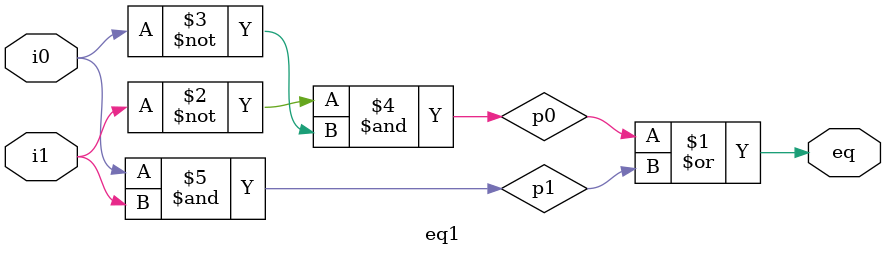
<source format=v>

module eq1
   // I/O ports
   (
    input wire i0, i1,
    output wire eq
   );

   // signal declaration
   wire p0, p1;

   // body
   // sum of two product terms
   assign eq = p0 | p1;
   // product terms
   assign p0 = ~i1 & ~i0;
   assign p1 = i0 & i1;

endmodule
</source>
